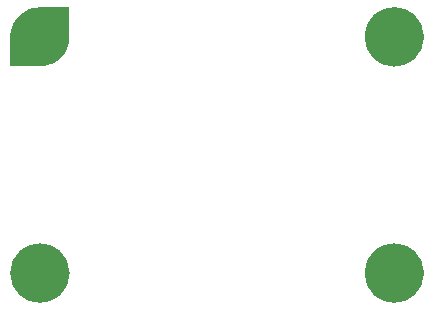
<source format=gts>
%TF.GenerationSoftware,KiCad,Pcbnew,8.0.2-1*%
%TF.CreationDate,2024-12-23T22:16:29+00:00*%
%TF.ProjectId,20x30-jacdac-MH-0.1,32307833-302d-46a6-9163-6461632d4d48,v0.1*%
%TF.SameCoordinates,PX8d24d00PY36d6160*%
%TF.FileFunction,Soldermask,Top*%
%TF.FilePolarity,Negative*%
%FSLAX46Y46*%
G04 Gerber Fmt 4.6, Leading zero omitted, Abs format (unit mm)*
G04 Created by KiCad (PCBNEW 8.0.2-1) date 2024-12-23 22:16:29*
%MOMM*%
%LPD*%
G01*
G04 APERTURE LIST*
%ADD10C,2.500000*%
%ADD11C,0.000000*%
G04 APERTURE END LIST*
%TO.C,MH3*%
D10*
X-13750800Y-10000800D02*
G75*
G02*
X-16250800Y-10000800I-1250000J0D01*
G01*
X-16250800Y-10000800D02*
G75*
G02*
X-13750800Y-10000800I1250000J0D01*
G01*
%TO.C,MH4*%
X16250000Y-9999999D02*
G75*
G02*
X13750000Y-9999999I-1250000J0D01*
G01*
X13750000Y-9999999D02*
G75*
G02*
X16250000Y-9999999I1250000J0D01*
G01*
%TO.C,MH2*%
X16250000Y10000000D02*
G75*
G02*
X13750000Y10000000I-1250000J0D01*
G01*
X13750000Y10000000D02*
G75*
G02*
X16250000Y10000000I1250000J0D01*
G01*
D11*
%TO.C,MH1*%
G36*
X-12500000Y10000001D02*
G01*
X-12504933Y10000001D01*
X-12504933Y9843025D01*
X-12544282Y9531548D01*
X-12622359Y9227459D01*
X-12737932Y8935553D01*
X-12889180Y8660434D01*
X-13073717Y8406441D01*
X-13288632Y8177579D01*
X-13530537Y7977459D01*
X-13795616Y7809234D01*
X-14079689Y7675560D01*
X-14378275Y7578543D01*
X-14686667Y7519714D01*
X-15000000Y7500001D01*
X-17500000Y7500001D01*
X-17500000Y10000001D01*
X-17495067Y10000001D01*
X-17495067Y10156977D01*
X-17455718Y10468454D01*
X-17377641Y10772543D01*
X-17262068Y11064449D01*
X-17110820Y11339568D01*
X-16926283Y11593561D01*
X-16711368Y11822423D01*
X-16469463Y12022543D01*
X-16204384Y12190768D01*
X-15920311Y12324442D01*
X-15621725Y12421459D01*
X-15313333Y12480288D01*
X-15000000Y12500001D01*
X-12500000Y12500001D01*
X-12500000Y10000001D01*
G37*
%TD*%
M02*

</source>
